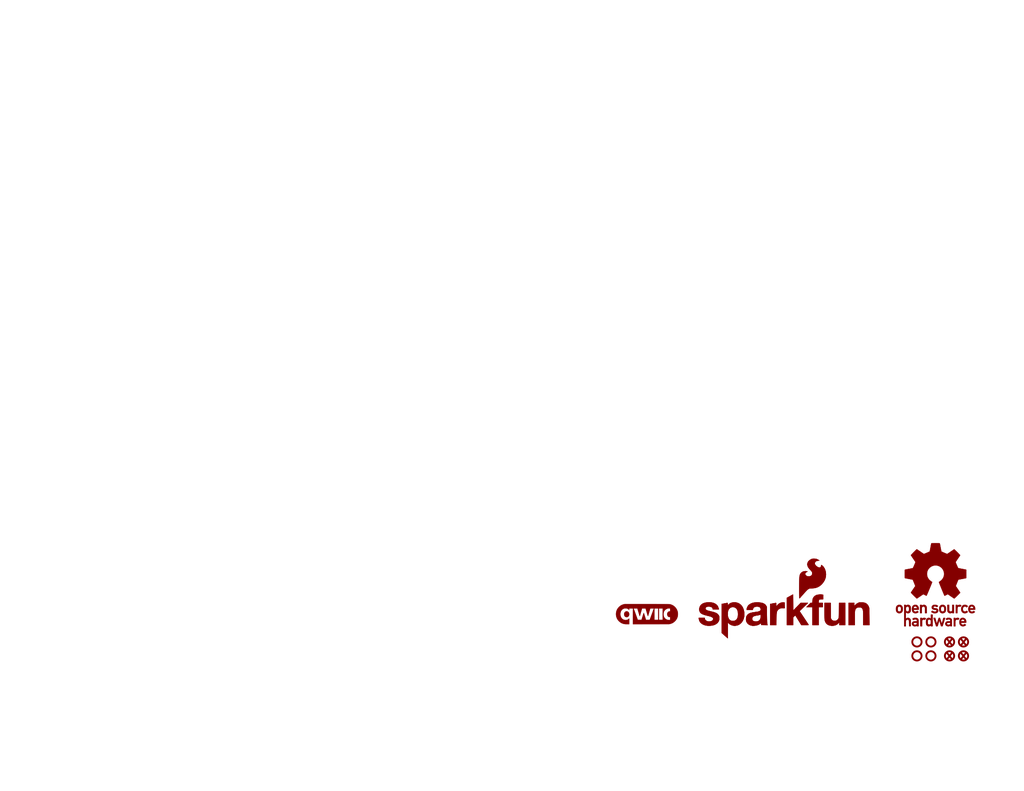
<source format=kicad_sch>
(kicad_sch (version 20250114) (generator "eeschema") (generator_version "9.0")
  (paper "USLetter")
  (title_block (title "SparkFun DB9 Breakout") (rev "v10") (company "SparkFun Electronics") (comment 1 "Designed by: Elias Santistevan"))
  (lib_symbols
    (symbol "SparkFun-Aesthetic:Fiducial_0.5mm"
      (symbol "Fiducial_0.5mm_1_1"
        (text "x" (at 0 0.254 0) (effects (font (size 2.5 2.5) (bold yes))))
      )
    )
    (symbol "SparkFun-Aesthetic:OSHW_Logo" (pin_names (offset 1.016)) (in_bom no))
    (symbol "SparkFun-Aesthetic:SparkFun_Logo" (pin_names (offset 1.016)) (on_board no))
    (symbol "SparkFun-Aesthetic:qwiic_Logo" (pin_names (offset 1.016)) (on_board no))
    (symbol "SparkFun-Hardware:Standoff")
  )
  (symbol (lib_id "SparkFun-Hardware:Standoff") (at 250.19 179.07 0) (unit 1)
    (property "Reference" "ST2" (effects (hide yes)))
    (property "Value" "Stand_off" (effects (hide yes)))
    (property "Footprint" "SparkFun-Hardware:Standoff" (effects (hide yes)))
    (property "Description" "Drill holes for mechanically mounting via screws, standoffs, etc." (effects (hide yes)))
  )
  (symbol (lib_id "SparkFun-Aesthetic:SparkFun_Logo") (at 213.36 167.64 0) (unit 1) (on_board no)
    (property "Reference" "G1" (effects (hide yes)))
    (property "Value" "SparkFun_Logo" (effects (hide yes)))
    (property "Footprint" "SparkFun-Aesthetic:SparkFun_Logo_8mm" (effects (hide yes)))
  )
  (symbol (lib_id "SparkFun-Hardware:Standoff") (at 254 179.07 0) (unit 1)
    (property "Reference" "ST4" (effects (hide yes)))
    (property "Value" "Stand_off" (effects (hide yes)))
    (property "Footprint" "SparkFun-Hardware:Standoff" (effects (hide yes)))
    (property "Description" "Drill holes for mechanically mounting via screws, standoffs, etc." (effects (hide yes)))
  )
  (symbol (lib_id "SparkFun-Aesthetic:qwiic_Logo") (at 176.53 167.64 0) (unit 1) (on_board no)
    (property "Reference" "G4" (effects (hide yes)))
    (property "Value" "qwiic_Logo" (effects (hide yes)))
  )
  (symbol (lib_id "SparkFun-Hardware:Standoff") (at 250.19 175.26 0) (unit 1)
    (property "Reference" "ST1" (effects (hide yes)))
    (property "Value" "Stand_off" (effects (hide yes)))
    (property "Footprint" "SparkFun-Hardware:Standoff" (effects (hide yes)))
    (property "Description" "Drill holes for mechanically mounting via screws, standoffs, etc." (effects (hide yes)))
  )
  (symbol (lib_id "SparkFun-Aesthetic:Fiducial_0.5mm") (at 262.89 179.07 0) (unit 1)
    (property "Reference" "FID4" (effects (hide yes)))
    (property "Value" "Fiducial_0.5mm" (effects (hide yes)))
    (property "Footprint" "SparkFun-Aesthetic:Fiducial_0.5mm_Mask1mm" (effects (hide yes)))
    (property "Description" "Fiducial Marker" (effects (hide yes)))
  )
  (symbol (lib_id "SparkFun-Hardware:Standoff") (at 254 175.26 0) (unit 1)
    (property "Reference" "ST3" (effects (hide yes)))
    (property "Value" "Stand_off" (effects (hide yes)))
    (property "Footprint" "SparkFun-Hardware:Standoff" (effects (hide yes)))
    (property "Description" "Drill holes for mechanically mounting via screws, standoffs, etc." (effects (hide yes)))
  )
  (symbol (lib_id "SparkFun-Aesthetic:Fiducial_0.5mm") (at 259.08 179.07 0) (unit 1)
    (property "Reference" "FID2" (effects (hide yes)))
    (property "Value" "Fiducial_0.5mm" (effects (hide yes)))
    (property "Footprint" "SparkFun-Aesthetic:Fiducial_0.5mm_Mask1mm" (effects (hide yes)))
    (property "Description" "Fiducial Marker" (effects (hide yes)))
  )
  (symbol (lib_id "SparkFun-Aesthetic:OSHW_Logo") (at 255.27 163.83 0) (unit 1) (in_bom no)
    (property "Reference" "G3" (effects (hide yes)))
    (property "Value" "OSHW_Logo" (effects (hide yes)))
    (property "Footprint" "SparkFun-Aesthetic:Creative_Commons_License" (effects (hide yes)))
  )
  (symbol (lib_id "SparkFun-Aesthetic:Fiducial_0.5mm") (at 259.08 175.26 0) (unit 1)
    (property "Reference" "FID1" (effects (hide yes)))
    (property "Value" "Fiducial_0.5mm" (effects (hide yes)))
    (property "Footprint" "SparkFun-Aesthetic:Fiducial_0.5mm_Mask1mm" (effects (hide yes)))
    (property "Description" "Fiducial Marker" (effects (hide yes)))
  )
  (symbol (lib_id "SparkFun-Aesthetic:SparkFun_Logo") (at 213.36 167.64 0) (unit 1) (on_board no)
    (property "Reference" "G2" (effects (hide yes)))
    (property "Value" "SparkFun_Logo" (effects (hide yes)))
  )
  (symbol (lib_id "SparkFun-Aesthetic:Fiducial_0.5mm") (at 262.89 175.26 0) (unit 1)
    (property "Reference" "FID3" (effects (hide yes)))
    (property "Value" "Fiducial_0.5mm" (effects (hide yes)))
    (property "Footprint" "SparkFun-Aesthetic:Fiducial_0.5mm_Mask1mm" (effects (hide yes)))
    (property "Description" "Fiducial Marker" (effects (hide yes)))
  )
)
</source>
